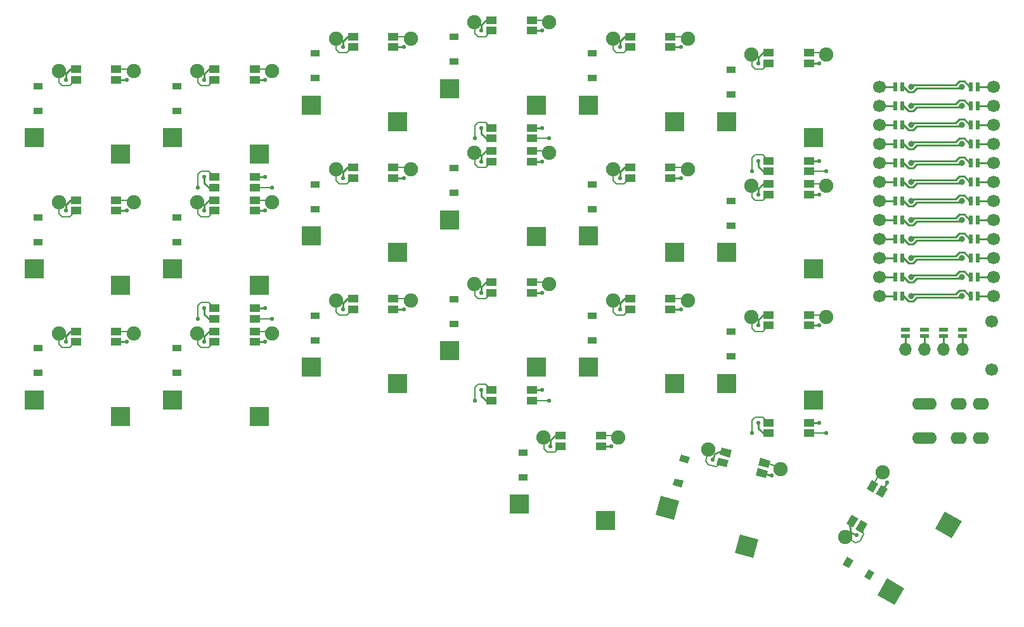
<source format=gbl>
G04 #@! TF.GenerationSoftware,KiCad,Pcbnew,8.0.8+1*
G04 #@! TF.CreationDate,2025-07-09T05:02:12+00:00*
G04 #@! TF.ProjectId,corney_island,636f726e-6579-45f6-9973-6c616e642e6b,0.2*
G04 #@! TF.SameCoordinates,Original*
G04 #@! TF.FileFunction,Copper,L2,Bot*
G04 #@! TF.FilePolarity,Positive*
%FSLAX46Y46*%
G04 Gerber Fmt 4.6, Leading zero omitted, Abs format (unit mm)*
G04 Created by KiCad (PCBNEW 8.0.8+1) date 2025-07-09 05:02:12*
%MOMM*%
%LPD*%
G01*
G04 APERTURE LIST*
G04 #@! TA.AperFunction,ComponentPad*
%ADD10C,1.900000*%
G04 #@! TD*
G04 #@! TA.AperFunction,SMDPad,CuDef*
%ADD11R,2.600000X2.600000*%
G04 #@! TD*
G04 #@! TA.AperFunction,SMDPad,CuDef*
%ADD12R,1.200000X0.900000*%
G04 #@! TD*
G04 #@! TA.AperFunction,ComponentPad*
%ADD13C,1.700000*%
G04 #@! TD*
G04 #@! TA.AperFunction,ComponentPad*
%ADD14C,0.800000*%
G04 #@! TD*
G04 #@! TA.AperFunction,SMDPad,CuDef*
%ADD15R,0.600000X1.200000*%
G04 #@! TD*
G04 #@! TA.AperFunction,SMDPad,CuDef*
%ADD16R,1.200000X0.600000*%
G04 #@! TD*
G04 #@! TA.AperFunction,ComponentPad*
%ADD17O,1.700000X1.700000*%
G04 #@! TD*
G04 #@! TA.AperFunction,ComponentPad*
%ADD18O,2.200000X1.600000*%
G04 #@! TD*
G04 #@! TA.AperFunction,ComponentPad*
%ADD19O,3.300000X1.600000*%
G04 #@! TD*
G04 #@! TA.AperFunction,SMDPad,CuDef*
%ADD20R,1.400000X1.000000*%
G04 #@! TD*
G04 #@! TA.AperFunction,ViaPad*
%ADD21C,0.560000*%
G04 #@! TD*
G04 #@! TA.AperFunction,Conductor*
%ADD22C,0.250000*%
G04 #@! TD*
G04 #@! TA.AperFunction,Conductor*
%ADD23C,0.150000*%
G04 #@! TD*
G04 APERTURE END LIST*
D10*
X105000000Y-94850000D03*
D11*
X103275000Y-105950000D03*
X91725000Y-103750000D03*
D10*
X105000000Y-77350000D03*
D11*
X103275000Y-88450000D03*
X91725000Y-86250000D03*
D10*
X105000000Y-59850000D03*
D11*
X103275000Y-70950000D03*
X91725000Y-68750000D03*
D10*
X123500000Y-94850000D03*
D11*
X121775000Y-105950000D03*
X110225000Y-103750000D03*
D10*
X123500000Y-77350000D03*
D11*
X121775000Y-88450000D03*
X110225000Y-86250000D03*
D10*
X123500000Y-59850000D03*
D11*
X121775000Y-70950000D03*
X110225000Y-68750000D03*
D10*
X142000000Y-90475000D03*
D11*
X140275000Y-101575000D03*
X128725000Y-99375000D03*
D10*
X142000000Y-72975000D03*
D11*
X140275000Y-84075000D03*
X128725000Y-81875000D03*
D10*
X142000000Y-55475000D03*
D11*
X140275000Y-66575000D03*
X128725000Y-64375000D03*
D10*
X160500000Y-88287500D03*
D11*
X158775000Y-99387500D03*
X147225000Y-97187500D03*
D10*
X160500000Y-70787500D03*
D11*
X158775000Y-81887500D03*
X147225000Y-79687500D03*
D10*
X160500000Y-53287500D03*
D11*
X158775000Y-64387500D03*
X147225000Y-62187500D03*
D10*
X179000000Y-90475000D03*
D11*
X177275000Y-101575000D03*
X165725000Y-99375000D03*
D10*
X179000000Y-72975000D03*
D11*
X177275000Y-84075000D03*
X165725000Y-81875000D03*
D10*
X179000000Y-55475000D03*
D11*
X177275000Y-66575000D03*
X165725000Y-64375000D03*
D10*
X197500000Y-92662500D03*
D11*
X195775000Y-103762500D03*
X184225000Y-101562500D03*
D10*
X197500000Y-75162500D03*
D11*
X195775000Y-86262500D03*
X184225000Y-84062500D03*
D10*
X197500000Y-57662500D03*
D11*
X195775000Y-68762500D03*
X184225000Y-66562500D03*
D10*
X169750000Y-108787500D03*
D11*
X168025000Y-119887500D03*
X156475000Y-117687500D03*
D10*
X191412547Y-113007077D03*
G04 #@! TA.AperFunction,SMDPad,CuDef*
G36*
X188465602Y-122363152D02*
G01*
X187792673Y-124874559D01*
X185281266Y-124201630D01*
X185954195Y-121690223D01*
X188465602Y-122363152D01*
G37*
G04 #@! TD.AperFunction*
G04 #@! TA.AperFunction,SMDPad,CuDef*
G36*
X177878560Y-117248755D02*
G01*
X177205631Y-119760162D01*
X174694224Y-119087233D01*
X175367153Y-116575826D01*
X177878560Y-117248755D01*
G37*
G04 #@! TD.AperFunction*
X205053812Y-113417121D03*
G04 #@! TA.AperFunction,SMDPad,CuDef*
G36*
X213328361Y-118685182D02*
G01*
X215580027Y-119985182D01*
X214280027Y-122236848D01*
X212028361Y-120936848D01*
X213328361Y-118685182D01*
G37*
G04 #@! TD.AperFunction*
G04 #@! TA.AperFunction,SMDPad,CuDef*
G36*
X205648105Y-127587775D02*
G01*
X207899771Y-128887775D01*
X206599771Y-131139441D01*
X204348105Y-129839441D01*
X205648105Y-127587775D01*
G37*
G04 #@! TD.AperFunction*
D12*
X92250000Y-96850000D03*
X92250000Y-100150000D03*
X92250000Y-79350000D03*
X92250000Y-82650000D03*
X92250000Y-61850000D03*
X92250000Y-65150000D03*
X110750000Y-96850000D03*
X110750000Y-100150000D03*
X110750000Y-79350000D03*
X110750000Y-82650000D03*
X110750000Y-61850000D03*
X110750000Y-65150000D03*
X129250000Y-92475000D03*
X129250000Y-95775000D03*
X129250000Y-74975000D03*
X129250000Y-78275000D03*
X129250000Y-57475000D03*
X129250000Y-60775000D03*
X147750000Y-90287500D03*
X147750000Y-93587500D03*
X147750000Y-72787500D03*
X147750000Y-76087500D03*
X147750000Y-55287500D03*
X147750000Y-58587500D03*
X166250000Y-92475000D03*
X166250000Y-95775000D03*
X166250000Y-74975000D03*
X166250000Y-78275000D03*
X166250000Y-57475000D03*
X166250000Y-60775000D03*
X184750000Y-94662500D03*
X184750000Y-97962500D03*
X184750000Y-77162500D03*
X184750000Y-80462500D03*
X184750000Y-59662500D03*
X184750000Y-62962500D03*
X157000000Y-110787500D03*
X157000000Y-114087500D03*
G04 #@! TA.AperFunction,SMDPad,CuDef*
G36*
X178116267Y-111049028D02*
G01*
X179275378Y-111359611D01*
X179042441Y-112228944D01*
X177883330Y-111918361D01*
X178116267Y-111049028D01*
G37*
G04 #@! TD.AperFunction*
G04 #@! TA.AperFunction,SMDPad,CuDef*
G36*
X177262165Y-114236584D02*
G01*
X178421276Y-114547167D01*
X178188339Y-115416500D01*
X177029228Y-115105917D01*
X177262165Y-114236584D01*
G37*
G04 #@! TD.AperFunction*
G04 #@! TA.AperFunction,SMDPad,CuDef*
G36*
X199721152Y-125753560D02*
G01*
X200321152Y-124714330D01*
X201100574Y-125164330D01*
X200500574Y-126203560D01*
X199721152Y-125753560D01*
G37*
G04 #@! TD.AperFunction*
G04 #@! TA.AperFunction,SMDPad,CuDef*
G36*
X202579036Y-127403560D02*
G01*
X203179036Y-126364330D01*
X203958458Y-126814330D01*
X203358458Y-127853560D01*
X202579036Y-127403560D01*
G37*
G04 #@! TD.AperFunction*
D10*
X95000000Y-94850000D03*
X95000000Y-77350000D03*
X95000000Y-59850000D03*
X113500000Y-94850000D03*
X113500000Y-77350000D03*
X113500000Y-59850000D03*
X132000000Y-90475000D03*
X132000000Y-72975000D03*
X132000000Y-55475000D03*
X150500000Y-88287500D03*
X150500000Y-70787500D03*
X150500000Y-53287500D03*
X169000000Y-90475000D03*
X169000000Y-72975000D03*
X169000000Y-55475000D03*
X187500000Y-92662500D03*
X187500000Y-75162500D03*
X187500000Y-57662500D03*
X159750000Y-108787500D03*
X181753289Y-110418887D03*
X200053812Y-122077375D03*
D13*
X204584000Y-61920000D03*
X219824000Y-61920000D03*
D14*
X208804000Y-61920000D03*
X215604000Y-61920000D03*
D15*
X206724000Y-61920000D03*
X207624000Y-61920000D03*
X216784000Y-61920000D03*
X217684000Y-61920000D03*
D13*
X204584000Y-64460000D03*
X219824000Y-64460000D03*
D14*
X208804000Y-64460000D03*
X215604000Y-64460000D03*
D15*
X206724000Y-64460000D03*
X207624000Y-64460000D03*
X216784000Y-64460000D03*
X217684000Y-64460000D03*
D13*
X204584000Y-67000000D03*
X219824000Y-67000000D03*
D14*
X208804000Y-67000000D03*
X215604000Y-67000000D03*
D15*
X206724000Y-67000000D03*
X207624000Y-67000000D03*
X216784000Y-67000000D03*
X217684000Y-67000000D03*
D13*
X204584000Y-69540000D03*
X219824000Y-69540000D03*
D14*
X208804000Y-69540000D03*
X215604000Y-69540000D03*
D15*
X206724000Y-69540000D03*
X207624000Y-69540000D03*
X216784000Y-69540000D03*
X217684000Y-69540000D03*
D13*
X204584000Y-72080000D03*
X219824000Y-72080000D03*
D14*
X208804000Y-72080000D03*
X215604000Y-72080000D03*
D15*
X206724000Y-72080000D03*
X207624000Y-72080000D03*
X216784000Y-72080000D03*
X217684000Y-72080000D03*
D13*
X204584000Y-74620000D03*
X219824000Y-74620000D03*
D14*
X208804000Y-74620000D03*
X215604000Y-74620000D03*
D15*
X206724000Y-74620000D03*
X207624000Y-74620000D03*
X216784000Y-74620000D03*
X217684000Y-74620000D03*
D13*
X204584000Y-77160000D03*
X219824000Y-77160000D03*
D14*
X208804000Y-77160000D03*
X215604000Y-77160000D03*
D15*
X206724000Y-77160000D03*
X207624000Y-77160000D03*
X216784000Y-77160000D03*
X217684000Y-77160000D03*
D13*
X204584000Y-79700000D03*
X219824000Y-79700000D03*
D14*
X208804000Y-79700000D03*
X215604000Y-79700000D03*
D15*
X206724000Y-79700000D03*
X207624000Y-79700000D03*
X216784000Y-79700000D03*
X217684000Y-79700000D03*
D13*
X204584000Y-82240000D03*
X219824000Y-82240000D03*
D14*
X208804000Y-82240000D03*
X215604000Y-82240000D03*
D15*
X206724000Y-82240000D03*
X207624000Y-82240000D03*
X216784000Y-82240000D03*
X217684000Y-82240000D03*
D13*
X204584000Y-84780000D03*
X219824000Y-84780000D03*
D14*
X208804000Y-84780000D03*
X215604000Y-84780000D03*
D15*
X206724000Y-84780000D03*
X207624000Y-84780000D03*
X216784000Y-84780000D03*
X217684000Y-84780000D03*
D13*
X204584000Y-87320000D03*
X219824000Y-87320000D03*
D14*
X208804000Y-87320000D03*
X215604000Y-87320000D03*
D15*
X206724000Y-87320000D03*
X207624000Y-87320000D03*
X216784000Y-87320000D03*
X217684000Y-87320000D03*
D13*
X204584000Y-89860000D03*
X219824000Y-89860000D03*
D14*
X208804000Y-89860000D03*
X215604000Y-89860000D03*
D15*
X206724000Y-89860000D03*
X207624000Y-89860000D03*
X216784000Y-89860000D03*
X217684000Y-89860000D03*
D16*
X215707000Y-94358000D03*
X213167000Y-94358000D03*
X210627000Y-94358000D03*
X208087000Y-94358000D03*
X215707000Y-95258000D03*
X213167000Y-95258000D03*
X210627000Y-95258000D03*
X208087000Y-95258000D03*
D17*
X208087000Y-97008000D03*
X210627000Y-97008000D03*
X213167000Y-97008000D03*
X215707000Y-97008000D03*
D13*
X219600000Y-99751000D03*
X219600000Y-93251000D03*
D18*
X218160000Y-104260000D03*
X215160000Y-104260000D03*
D19*
X210610000Y-104260000D03*
D18*
X218160000Y-108860000D03*
X215160000Y-108860000D03*
D19*
X210610000Y-108860000D03*
D20*
X102700000Y-94600000D03*
X102700000Y-96000000D03*
X97300000Y-94600000D03*
X97300000Y-96000000D03*
X102700000Y-77100000D03*
X102700000Y-78500000D03*
X97300000Y-77100000D03*
X97300000Y-78500000D03*
X102700000Y-59600000D03*
X102700000Y-61000000D03*
X97300000Y-59600000D03*
X97300000Y-61000000D03*
X121200000Y-94600000D03*
X121200000Y-96000000D03*
X115800000Y-94600000D03*
X115800000Y-96000000D03*
X121200000Y-77100000D03*
X121200000Y-78500000D03*
X115800000Y-77100000D03*
X115800000Y-78500000D03*
X121200000Y-59600000D03*
X121200000Y-61000000D03*
X115800000Y-59600000D03*
X115800000Y-61000000D03*
X139700000Y-90225000D03*
X139700000Y-91625000D03*
X134300000Y-90225000D03*
X134300000Y-91625000D03*
X139700000Y-72725000D03*
X139700000Y-74125000D03*
X134300000Y-72725000D03*
X134300000Y-74125000D03*
X139700000Y-55225000D03*
X139700000Y-56625000D03*
X134300000Y-55225000D03*
X134300000Y-56625000D03*
X158200000Y-88037500D03*
X158200000Y-89437500D03*
X152800000Y-88037500D03*
X152800000Y-89437500D03*
X158200000Y-70537500D03*
X158200000Y-71937500D03*
X152800000Y-70537500D03*
X152800000Y-71937500D03*
X158200000Y-53037500D03*
X158200000Y-54437500D03*
X152800000Y-53037500D03*
X152800000Y-54437500D03*
X176700000Y-90225000D03*
X176700000Y-91625000D03*
X171300000Y-90225000D03*
X171300000Y-91625000D03*
X176700000Y-72725000D03*
X176700000Y-74125000D03*
X171300000Y-72725000D03*
X171300000Y-74125000D03*
X176700000Y-55225000D03*
X176700000Y-56625000D03*
X171300000Y-55225000D03*
X171300000Y-56625000D03*
X195200000Y-92412500D03*
X195200000Y-93812500D03*
X189800000Y-92412500D03*
X189800000Y-93812500D03*
X195200000Y-74912500D03*
X195200000Y-76312500D03*
X189800000Y-74912500D03*
X189800000Y-76312500D03*
X195200000Y-57412500D03*
X195200000Y-58812500D03*
X189800000Y-57412500D03*
X189800000Y-58812500D03*
X167450000Y-108537500D03*
X167450000Y-109937500D03*
X162050000Y-108537500D03*
X162050000Y-109937500D03*
G04 #@! TA.AperFunction,SMDPad,CuDef*
G36*
X188450065Y-112472102D02*
G01*
X188708884Y-111506176D01*
X190061181Y-111868522D01*
X189802362Y-112834448D01*
X188450065Y-112472102D01*
G37*
G04 #@! TD.AperFunction*
G04 #@! TA.AperFunction,SMDPad,CuDef*
G36*
X188087718Y-113824399D02*
G01*
X188346537Y-112858473D01*
X189698834Y-113220819D01*
X189440015Y-114186745D01*
X188087718Y-113824399D01*
G37*
G04 #@! TD.AperFunction*
G04 #@! TA.AperFunction,SMDPad,CuDef*
G36*
X183234066Y-111074479D02*
G01*
X183492885Y-110108553D01*
X184845182Y-110470899D01*
X184586363Y-111436825D01*
X183234066Y-111074479D01*
G37*
G04 #@! TD.AperFunction*
G04 #@! TA.AperFunction,SMDPad,CuDef*
G36*
X182871719Y-112426776D02*
G01*
X183130538Y-111460850D01*
X184482835Y-111823196D01*
X184224016Y-112789122D01*
X182871719Y-112426776D01*
G37*
G04 #@! TD.AperFunction*
G04 #@! TA.AperFunction,SMDPad,CuDef*
G36*
X203770319Y-116140197D02*
G01*
X202904293Y-115640197D01*
X203604293Y-114427761D01*
X204470319Y-114927761D01*
X203770319Y-116140197D01*
G37*
G04 #@! TD.AperFunction*
G04 #@! TA.AperFunction,SMDPad,CuDef*
G36*
X204982755Y-116840197D02*
G01*
X204116729Y-116340197D01*
X204816729Y-115127761D01*
X205682755Y-115627761D01*
X204982755Y-116840197D01*
G37*
G04 #@! TD.AperFunction*
G04 #@! TA.AperFunction,SMDPad,CuDef*
G36*
X201070319Y-120816735D02*
G01*
X200204293Y-120316735D01*
X200904293Y-119104299D01*
X201770319Y-119604299D01*
X201070319Y-120816735D01*
G37*
G04 #@! TD.AperFunction*
G04 #@! TA.AperFunction,SMDPad,CuDef*
G36*
X202282755Y-121516735D02*
G01*
X201416729Y-121016735D01*
X202116729Y-119804299D01*
X202982755Y-120304299D01*
X202282755Y-121516735D01*
G37*
G04 #@! TD.AperFunction*
X189800000Y-71812500D03*
X189800000Y-73212500D03*
X195200000Y-71812500D03*
X195200000Y-73212500D03*
X152800000Y-67437500D03*
X152800000Y-68837500D03*
X158200000Y-67437500D03*
X158200000Y-68837500D03*
X115800000Y-74000000D03*
X115800000Y-75400000D03*
X121200000Y-74000000D03*
X121200000Y-75400000D03*
X115800000Y-91500000D03*
X115800000Y-92900000D03*
X121200000Y-91500000D03*
X121200000Y-92900000D03*
X152800000Y-102437500D03*
X152800000Y-103837500D03*
X158200000Y-102437500D03*
X158200000Y-103837500D03*
X189800000Y-106812500D03*
X189800000Y-108212500D03*
X195200000Y-106812500D03*
X195200000Y-108212500D03*
D21*
X104060000Y-96000000D03*
X104950000Y-94600000D03*
X95940000Y-96000000D03*
X95050000Y-94600000D03*
X104060000Y-78500000D03*
X104950000Y-77100000D03*
X95940000Y-78500000D03*
X95050000Y-77100000D03*
X104060000Y-61000000D03*
X104950000Y-59600000D03*
X95940000Y-61000000D03*
X95050000Y-59600000D03*
X122560000Y-96000000D03*
X123450000Y-94600000D03*
X114440000Y-96000000D03*
X113550000Y-94600000D03*
X122560000Y-78500000D03*
X123450000Y-77100000D03*
X114440000Y-78500000D03*
X113550000Y-77100000D03*
X122560000Y-61000000D03*
X123450000Y-59600000D03*
X114440000Y-61000000D03*
X113550000Y-59600000D03*
X141060000Y-91625000D03*
X141950000Y-90225000D03*
X132940000Y-91625000D03*
X132050000Y-90225000D03*
X141060000Y-74125000D03*
X141950000Y-72725000D03*
X132940000Y-74125000D03*
X132050000Y-72725000D03*
X141060000Y-56625000D03*
X141950000Y-55225000D03*
X132940000Y-56625000D03*
X132050000Y-55225000D03*
X159560000Y-89437500D03*
X160450000Y-88037500D03*
X151440000Y-89437500D03*
X150550000Y-88037500D03*
X159560000Y-71937500D03*
X160450000Y-70537500D03*
X151440000Y-71937500D03*
X150550000Y-70537500D03*
X159560000Y-54437500D03*
X160450000Y-53037500D03*
X151440000Y-54437500D03*
X150550000Y-53037500D03*
X178060000Y-91625000D03*
X178950000Y-90225000D03*
X169940000Y-91625000D03*
X169050000Y-90225000D03*
X178060000Y-74125000D03*
X178950000Y-72725000D03*
X169940000Y-74125000D03*
X169050000Y-72725000D03*
X178060000Y-56625000D03*
X178950000Y-55225000D03*
X169940000Y-56625000D03*
X169050000Y-55225000D03*
X196560000Y-93812500D03*
X197450000Y-92412500D03*
X188440000Y-93812500D03*
X187550000Y-92412500D03*
X196560000Y-76312500D03*
X197450000Y-74912500D03*
X188440000Y-76312500D03*
X187550000Y-74912500D03*
X196560000Y-58812500D03*
X197450000Y-57412500D03*
X188440000Y-58812500D03*
X187550000Y-57412500D03*
X168810000Y-109937500D03*
X169700000Y-108537500D03*
X160690000Y-109937500D03*
X159800000Y-108537500D03*
X190206935Y-113874602D03*
X191428956Y-112752655D03*
X182363617Y-111772991D03*
X181866290Y-110190346D03*
X205579741Y-114806185D03*
X204812306Y-113335422D03*
X201519741Y-121838311D03*
X199862306Y-121909074D03*
X188440000Y-71812500D03*
X187550000Y-73212500D03*
X196560000Y-71812500D03*
X197450000Y-73212500D03*
X151440000Y-67437500D03*
X150550000Y-68837500D03*
X159560000Y-67437500D03*
X160450000Y-68837500D03*
X114440000Y-74000000D03*
X113550000Y-75400000D03*
X122560000Y-74000000D03*
X123450000Y-75400000D03*
X114440000Y-91500000D03*
X113550000Y-92900000D03*
X122560000Y-91500000D03*
X123450000Y-92900000D03*
X151440000Y-102437500D03*
X150550000Y-103837500D03*
X159560000Y-102437500D03*
X160450000Y-103837500D03*
X188440000Y-106812500D03*
X187550000Y-108212500D03*
X196560000Y-106812500D03*
X197450000Y-108212500D03*
D22*
X204584000Y-61920000D02*
X206704000Y-61920000D01*
X219824000Y-61920000D02*
X217704000Y-61920000D01*
X209599305Y-62150000D02*
X215374000Y-62150000D01*
X207429000Y-61920000D02*
X207778695Y-61920000D01*
X208503695Y-62645000D02*
X209104305Y-62645000D01*
X207778695Y-61920000D02*
X208503695Y-62645000D01*
X209104305Y-62645000D02*
X209599305Y-62150000D01*
X216979000Y-61920000D02*
X216629305Y-61920000D01*
X214798695Y-61700000D02*
X209024000Y-61700000D01*
X216629305Y-61920000D02*
X215904305Y-61195000D01*
X215904305Y-61195000D02*
X215303695Y-61195000D01*
X215303695Y-61195000D02*
X214798695Y-61700000D01*
X204584000Y-64460000D02*
X206704000Y-64460000D01*
X219824000Y-64460000D02*
X217704000Y-64460000D01*
X209599305Y-64690000D02*
X215374000Y-64690000D01*
X207429000Y-64460000D02*
X207778695Y-64460000D01*
X208503695Y-65185000D02*
X209104305Y-65185000D01*
X207778695Y-64460000D02*
X208503695Y-65185000D01*
X209104305Y-65185000D02*
X209599305Y-64690000D01*
X216979000Y-64460000D02*
X216629305Y-64460000D01*
X214798695Y-64240000D02*
X209024000Y-64240000D01*
X216629305Y-64460000D02*
X215904305Y-63735000D01*
X215904305Y-63735000D02*
X215303695Y-63735000D01*
X215303695Y-63735000D02*
X214798695Y-64240000D01*
X204584000Y-67000000D02*
X206704000Y-67000000D01*
X219824000Y-67000000D02*
X217704000Y-67000000D01*
X209599305Y-67230000D02*
X215374000Y-67230000D01*
X207429000Y-67000000D02*
X207778695Y-67000000D01*
X208503695Y-67725000D02*
X209104305Y-67725000D01*
X207778695Y-67000000D02*
X208503695Y-67725000D01*
X209104305Y-67725000D02*
X209599305Y-67230000D01*
X216979000Y-67000000D02*
X216629305Y-67000000D01*
X214798695Y-66780000D02*
X209024000Y-66780000D01*
X216629305Y-67000000D02*
X215904305Y-66275000D01*
X215904305Y-66275000D02*
X215303695Y-66275000D01*
X215303695Y-66275000D02*
X214798695Y-66780000D01*
X204584000Y-69540000D02*
X206704000Y-69540000D01*
X219824000Y-69540000D02*
X217704000Y-69540000D01*
X209599305Y-69770000D02*
X215374000Y-69770000D01*
X207429000Y-69540000D02*
X207778695Y-69540000D01*
X208503695Y-70265000D02*
X209104305Y-70265000D01*
X207778695Y-69540000D02*
X208503695Y-70265000D01*
X209104305Y-70265000D02*
X209599305Y-69770000D01*
X216979000Y-69540000D02*
X216629305Y-69540000D01*
X214798695Y-69320000D02*
X209024000Y-69320000D01*
X216629305Y-69540000D02*
X215904305Y-68815000D01*
X215904305Y-68815000D02*
X215303695Y-68815000D01*
X215303695Y-68815000D02*
X214798695Y-69320000D01*
X204584000Y-72080000D02*
X206704000Y-72080000D01*
X219824000Y-72080000D02*
X217704000Y-72080000D01*
X209599305Y-72310000D02*
X215374000Y-72310000D01*
X207429000Y-72080000D02*
X207778695Y-72080000D01*
X208503695Y-72805000D02*
X209104305Y-72805000D01*
X207778695Y-72080000D02*
X208503695Y-72805000D01*
X209104305Y-72805000D02*
X209599305Y-72310000D01*
X216979000Y-72080000D02*
X216629305Y-72080000D01*
X214798695Y-71860000D02*
X209024000Y-71860000D01*
X216629305Y-72080000D02*
X215904305Y-71355000D01*
X215904305Y-71355000D02*
X215303695Y-71355000D01*
X215303695Y-71355000D02*
X214798695Y-71860000D01*
X204584000Y-74620000D02*
X206704000Y-74620000D01*
X219824000Y-74620000D02*
X217704000Y-74620000D01*
X209599305Y-74850000D02*
X215374000Y-74850000D01*
X207429000Y-74620000D02*
X207778695Y-74620000D01*
X208503695Y-75345000D02*
X209104305Y-75345000D01*
X207778695Y-74620000D02*
X208503695Y-75345000D01*
X209104305Y-75345000D02*
X209599305Y-74850000D01*
X216979000Y-74620000D02*
X216629305Y-74620000D01*
X214798695Y-74400000D02*
X209024000Y-74400000D01*
X216629305Y-74620000D02*
X215904305Y-73895000D01*
X215904305Y-73895000D02*
X215303695Y-73895000D01*
X215303695Y-73895000D02*
X214798695Y-74400000D01*
X204584000Y-77160000D02*
X206704000Y-77160000D01*
X219824000Y-77160000D02*
X217704000Y-77160000D01*
X209599305Y-77390000D02*
X215374000Y-77390000D01*
X207429000Y-77160000D02*
X207778695Y-77160000D01*
X208503695Y-77885000D02*
X209104305Y-77885000D01*
X207778695Y-77160000D02*
X208503695Y-77885000D01*
X209104305Y-77885000D02*
X209599305Y-77390000D01*
X216979000Y-77160000D02*
X216629305Y-77160000D01*
X214798695Y-76940000D02*
X209024000Y-76940000D01*
X216629305Y-77160000D02*
X215904305Y-76435000D01*
X215904305Y-76435000D02*
X215303695Y-76435000D01*
X215303695Y-76435000D02*
X214798695Y-76940000D01*
X204584000Y-79700000D02*
X206704000Y-79700000D01*
X219824000Y-79700000D02*
X217704000Y-79700000D01*
X209599305Y-79930000D02*
X215374000Y-79930000D01*
X207429000Y-79700000D02*
X207778695Y-79700000D01*
X208503695Y-80425000D02*
X209104305Y-80425000D01*
X207778695Y-79700000D02*
X208503695Y-80425000D01*
X209104305Y-80425000D02*
X209599305Y-79930000D01*
X216979000Y-79700000D02*
X216629305Y-79700000D01*
X214798695Y-79480000D02*
X209024000Y-79480000D01*
X216629305Y-79700000D02*
X215904305Y-78975000D01*
X215904305Y-78975000D02*
X215303695Y-78975000D01*
X215303695Y-78975000D02*
X214798695Y-79480000D01*
X204584000Y-82240000D02*
X206704000Y-82240000D01*
X219824000Y-82240000D02*
X217704000Y-82240000D01*
X209599305Y-82470000D02*
X215374000Y-82470000D01*
X207429000Y-82240000D02*
X207778695Y-82240000D01*
X208503695Y-82965000D02*
X209104305Y-82965000D01*
X207778695Y-82240000D02*
X208503695Y-82965000D01*
X209104305Y-82965000D02*
X209599305Y-82470000D01*
X216979000Y-82240000D02*
X216629305Y-82240000D01*
X214798695Y-82020000D02*
X209024000Y-82020000D01*
X216629305Y-82240000D02*
X215904305Y-81515000D01*
X215904305Y-81515000D02*
X215303695Y-81515000D01*
X215303695Y-81515000D02*
X214798695Y-82020000D01*
X204584000Y-84780000D02*
X206704000Y-84780000D01*
X219824000Y-84780000D02*
X217704000Y-84780000D01*
X209599305Y-85010000D02*
X215374000Y-85010000D01*
X207429000Y-84780000D02*
X207778695Y-84780000D01*
X208503695Y-85505000D02*
X209104305Y-85505000D01*
X207778695Y-84780000D02*
X208503695Y-85505000D01*
X209104305Y-85505000D02*
X209599305Y-85010000D01*
X216979000Y-84780000D02*
X216629305Y-84780000D01*
X214798695Y-84560000D02*
X209024000Y-84560000D01*
X216629305Y-84780000D02*
X215904305Y-84055000D01*
X215904305Y-84055000D02*
X215303695Y-84055000D01*
X215303695Y-84055000D02*
X214798695Y-84560000D01*
X204584000Y-87320000D02*
X206704000Y-87320000D01*
X219824000Y-87320000D02*
X217704000Y-87320000D01*
X209599305Y-87550000D02*
X215374000Y-87550000D01*
X207429000Y-87320000D02*
X207778695Y-87320000D01*
X208503695Y-88045000D02*
X209104305Y-88045000D01*
X207778695Y-87320000D02*
X208503695Y-88045000D01*
X209104305Y-88045000D02*
X209599305Y-87550000D01*
X216979000Y-87320000D02*
X216629305Y-87320000D01*
X214798695Y-87100000D02*
X209024000Y-87100000D01*
X216629305Y-87320000D02*
X215904305Y-86595000D01*
X215904305Y-86595000D02*
X215303695Y-86595000D01*
X215303695Y-86595000D02*
X214798695Y-87100000D01*
X204584000Y-89860000D02*
X206704000Y-89860000D01*
X219824000Y-89860000D02*
X217704000Y-89860000D01*
X209599305Y-90090000D02*
X215374000Y-90090000D01*
X207429000Y-89860000D02*
X207778695Y-89860000D01*
X208503695Y-90585000D02*
X209104305Y-90585000D01*
X207778695Y-89860000D02*
X208503695Y-90585000D01*
X209104305Y-90585000D02*
X209599305Y-90090000D01*
X216979000Y-89860000D02*
X216629305Y-89860000D01*
X214798695Y-89640000D02*
X209024000Y-89640000D01*
X216629305Y-89860000D02*
X215904305Y-89135000D01*
X215904305Y-89135000D02*
X215303695Y-89135000D01*
X215303695Y-89135000D02*
X214798695Y-89640000D01*
X208087000Y-97008000D02*
X208087000Y-95258000D01*
X210627000Y-97008000D02*
X210627000Y-95258000D01*
X213167000Y-97008000D02*
X213167000Y-95258000D01*
X215707000Y-97008000D02*
X215707000Y-95258000D01*
X102700000Y-96000000D02*
X104060000Y-96000000D01*
D23*
X104950000Y-94600000D02*
X102700000Y-94600000D01*
D22*
X96600000Y-94600000D02*
X95940000Y-95194084D01*
X95940000Y-95194084D02*
X95940000Y-96000000D01*
X97300000Y-94600000D02*
X96600000Y-94600000D01*
D23*
X97300000Y-96000000D02*
X96519000Y-96785000D01*
X96519000Y-96785000D02*
X95471000Y-96785000D01*
X95050000Y-96360000D02*
X95050000Y-94600000D01*
X95471000Y-96785000D02*
X95050000Y-96360000D01*
D22*
X102700000Y-78500000D02*
X104060000Y-78500000D01*
D23*
X104950000Y-77100000D02*
X102700000Y-77100000D01*
D22*
X96600000Y-77100000D02*
X95940000Y-77694084D01*
X95940000Y-77694084D02*
X95940000Y-78500000D01*
X97300000Y-77100000D02*
X96600000Y-77100000D01*
D23*
X97300000Y-78500000D02*
X96519000Y-79285000D01*
X96519000Y-79285000D02*
X95471000Y-79285000D01*
X95050000Y-78860000D02*
X95050000Y-77100000D01*
X95471000Y-79285000D02*
X95050000Y-78860000D01*
D22*
X102700000Y-61000000D02*
X104060000Y-61000000D01*
D23*
X104950000Y-59600000D02*
X102700000Y-59600000D01*
D22*
X96600000Y-59600000D02*
X95940000Y-60194084D01*
X95940000Y-60194084D02*
X95940000Y-61000000D01*
X97300000Y-59600000D02*
X96600000Y-59600000D01*
D23*
X97300000Y-61000000D02*
X96519000Y-61785000D01*
X96519000Y-61785000D02*
X95471000Y-61785000D01*
X95050000Y-61360000D02*
X95050000Y-59600000D01*
X95471000Y-61785000D02*
X95050000Y-61360000D01*
D22*
X121200000Y-96000000D02*
X122560000Y-96000000D01*
D23*
X123450000Y-94600000D02*
X121200000Y-94600000D01*
D22*
X115100000Y-94600000D02*
X114440000Y-95194084D01*
X114440000Y-95194084D02*
X114440000Y-96000000D01*
X115800000Y-94600000D02*
X115100000Y-94600000D01*
D23*
X115800000Y-96000000D02*
X115019000Y-96785000D01*
X115019000Y-96785000D02*
X113971000Y-96785000D01*
X113550000Y-96360000D02*
X113550000Y-94600000D01*
X113971000Y-96785000D02*
X113550000Y-96360000D01*
D22*
X121200000Y-78500000D02*
X122560000Y-78500000D01*
D23*
X123450000Y-77100000D02*
X121200000Y-77100000D01*
D22*
X115100000Y-77100000D02*
X114440000Y-77694084D01*
X114440000Y-77694084D02*
X114440000Y-78500000D01*
X115800000Y-77100000D02*
X115100000Y-77100000D01*
D23*
X115800000Y-78500000D02*
X115019000Y-79285000D01*
X115019000Y-79285000D02*
X113971000Y-79285000D01*
X113550000Y-78860000D02*
X113550000Y-77100000D01*
X113971000Y-79285000D02*
X113550000Y-78860000D01*
D22*
X121200000Y-61000000D02*
X122560000Y-61000000D01*
D23*
X123450000Y-59600000D02*
X121200000Y-59600000D01*
D22*
X115100000Y-59600000D02*
X114440000Y-60194084D01*
X114440000Y-60194084D02*
X114440000Y-61000000D01*
X115800000Y-59600000D02*
X115100000Y-59600000D01*
D23*
X115800000Y-61000000D02*
X115019000Y-61785000D01*
X115019000Y-61785000D02*
X113971000Y-61785000D01*
X113550000Y-61360000D02*
X113550000Y-59600000D01*
X113971000Y-61785000D02*
X113550000Y-61360000D01*
D22*
X139700000Y-91625000D02*
X141060000Y-91625000D01*
D23*
X141950000Y-90225000D02*
X139700000Y-90225000D01*
D22*
X133600000Y-90225000D02*
X132940000Y-90819084D01*
X132940000Y-90819084D02*
X132940000Y-91625000D01*
X134300000Y-90225000D02*
X133600000Y-90225000D01*
D23*
X134300000Y-91625000D02*
X133519000Y-92410000D01*
X133519000Y-92410000D02*
X132471000Y-92410000D01*
X132050000Y-91985000D02*
X132050000Y-90225000D01*
X132471000Y-92410000D02*
X132050000Y-91985000D01*
D22*
X139700000Y-74125000D02*
X141060000Y-74125000D01*
D23*
X141950000Y-72725000D02*
X139700000Y-72725000D01*
D22*
X133600000Y-72725000D02*
X132940000Y-73319084D01*
X132940000Y-73319084D02*
X132940000Y-74125000D01*
X134300000Y-72725000D02*
X133600000Y-72725000D01*
D23*
X134300000Y-74125000D02*
X133519000Y-74910000D01*
X133519000Y-74910000D02*
X132471000Y-74910000D01*
X132050000Y-74485000D02*
X132050000Y-72725000D01*
X132471000Y-74910000D02*
X132050000Y-74485000D01*
D22*
X139700000Y-56625000D02*
X141060000Y-56625000D01*
D23*
X141950000Y-55225000D02*
X139700000Y-55225000D01*
D22*
X133600000Y-55225000D02*
X132940000Y-55819084D01*
X132940000Y-55819084D02*
X132940000Y-56625000D01*
X134300000Y-55225000D02*
X133600000Y-55225000D01*
D23*
X134300000Y-56625000D02*
X133519000Y-57410000D01*
X133519000Y-57410000D02*
X132471000Y-57410000D01*
X132050000Y-56985000D02*
X132050000Y-55225000D01*
X132471000Y-57410000D02*
X132050000Y-56985000D01*
D22*
X158200000Y-89437500D02*
X159560000Y-89437500D01*
D23*
X160450000Y-88037500D02*
X158200000Y-88037500D01*
D22*
X152100000Y-88037500D02*
X151440000Y-88631584D01*
X151440000Y-88631584D02*
X151440000Y-89437500D01*
X152800000Y-88037500D02*
X152100000Y-88037500D01*
D23*
X152800000Y-89437500D02*
X152019000Y-90222500D01*
X152019000Y-90222500D02*
X150971000Y-90222500D01*
X150550000Y-89797500D02*
X150550000Y-88037500D01*
X150971000Y-90222500D02*
X150550000Y-89797500D01*
D22*
X158200000Y-71937500D02*
X159560000Y-71937500D01*
D23*
X160450000Y-70537500D02*
X158200000Y-70537500D01*
D22*
X152100000Y-70537500D02*
X151440000Y-71131584D01*
X151440000Y-71131584D02*
X151440000Y-71937500D01*
X152800000Y-70537500D02*
X152100000Y-70537500D01*
D23*
X152800000Y-71937500D02*
X152019000Y-72722500D01*
X152019000Y-72722500D02*
X150971000Y-72722500D01*
X150550000Y-72297500D02*
X150550000Y-70537500D01*
X150971000Y-72722500D02*
X150550000Y-72297500D01*
D22*
X158200000Y-54437500D02*
X159560000Y-54437500D01*
D23*
X160450000Y-53037500D02*
X158200000Y-53037500D01*
D22*
X152100000Y-53037500D02*
X151440000Y-53631584D01*
X151440000Y-53631584D02*
X151440000Y-54437500D01*
X152800000Y-53037500D02*
X152100000Y-53037500D01*
D23*
X152800000Y-54437500D02*
X152019000Y-55222500D01*
X152019000Y-55222500D02*
X150971000Y-55222500D01*
X150550000Y-54797500D02*
X150550000Y-53037500D01*
X150971000Y-55222500D02*
X150550000Y-54797500D01*
D22*
X176700000Y-91625000D02*
X178060000Y-91625000D01*
D23*
X178950000Y-90225000D02*
X176700000Y-90225000D01*
D22*
X170600000Y-90225000D02*
X169940000Y-90819084D01*
X169940000Y-90819084D02*
X169940000Y-91625000D01*
X171300000Y-90225000D02*
X170600000Y-90225000D01*
D23*
X171300000Y-91625000D02*
X170519000Y-92410000D01*
X170519000Y-92410000D02*
X169471000Y-92410000D01*
X169050000Y-91985000D02*
X169050000Y-90225000D01*
X169471000Y-92410000D02*
X169050000Y-91985000D01*
D22*
X176700000Y-74125000D02*
X178060000Y-74125000D01*
D23*
X178950000Y-72725000D02*
X176700000Y-72725000D01*
D22*
X170600000Y-72725000D02*
X169940000Y-73319084D01*
X169940000Y-73319084D02*
X169940000Y-74125000D01*
X171300000Y-72725000D02*
X170600000Y-72725000D01*
D23*
X171300000Y-74125000D02*
X170519000Y-74910000D01*
X170519000Y-74910000D02*
X169471000Y-74910000D01*
X169050000Y-74485000D02*
X169050000Y-72725000D01*
X169471000Y-74910000D02*
X169050000Y-74485000D01*
D22*
X176700000Y-56625000D02*
X178060000Y-56625000D01*
D23*
X178950000Y-55225000D02*
X176700000Y-55225000D01*
D22*
X170600000Y-55225000D02*
X169940000Y-55819084D01*
X169940000Y-55819084D02*
X169940000Y-56625000D01*
X171300000Y-55225000D02*
X170600000Y-55225000D01*
D23*
X171300000Y-56625000D02*
X170519000Y-57410000D01*
X170519000Y-57410000D02*
X169471000Y-57410000D01*
X169050000Y-56985000D02*
X169050000Y-55225000D01*
X169471000Y-57410000D02*
X169050000Y-56985000D01*
D22*
X195200000Y-93812500D02*
X196560000Y-93812500D01*
D23*
X197450000Y-92412500D02*
X195200000Y-92412500D01*
D22*
X189100000Y-92412500D02*
X188440000Y-93006584D01*
X188440000Y-93006584D02*
X188440000Y-93812500D01*
X189800000Y-92412500D02*
X189100000Y-92412500D01*
D23*
X189800000Y-93812500D02*
X189019000Y-94597500D01*
X189019000Y-94597500D02*
X187971000Y-94597500D01*
X187550000Y-94172500D02*
X187550000Y-92412500D01*
X187971000Y-94597500D02*
X187550000Y-94172500D01*
D22*
X195200000Y-76312500D02*
X196560000Y-76312500D01*
D23*
X197450000Y-74912500D02*
X195200000Y-74912500D01*
D22*
X189100000Y-74912500D02*
X188440000Y-75506584D01*
X188440000Y-75506584D02*
X188440000Y-76312500D01*
X189800000Y-74912500D02*
X189100000Y-74912500D01*
D23*
X189800000Y-76312500D02*
X189019000Y-77097500D01*
X189019000Y-77097500D02*
X187971000Y-77097500D01*
X187550000Y-76672500D02*
X187550000Y-74912500D01*
X187971000Y-77097500D02*
X187550000Y-76672500D01*
D22*
X195200000Y-58812500D02*
X196560000Y-58812500D01*
D23*
X197450000Y-57412500D02*
X195200000Y-57412500D01*
D22*
X189100000Y-57412500D02*
X188440000Y-58006584D01*
X188440000Y-58006584D02*
X188440000Y-58812500D01*
X189800000Y-57412500D02*
X189100000Y-57412500D01*
D23*
X189800000Y-58812500D02*
X189019000Y-59597500D01*
X189019000Y-59597500D02*
X187971000Y-59597500D01*
X187550000Y-59172500D02*
X187550000Y-57412500D01*
X187971000Y-59597500D02*
X187550000Y-59172500D01*
D22*
X167450000Y-109937500D02*
X168810000Y-109937500D01*
D23*
X169700000Y-108537500D02*
X167450000Y-108537500D01*
D22*
X161350000Y-108537500D02*
X160690000Y-109131584D01*
X160690000Y-109131584D02*
X160690000Y-109937500D01*
X162050000Y-108537500D02*
X161350000Y-108537500D01*
D23*
X162050000Y-109937500D02*
X161269000Y-110722500D01*
X161269000Y-110722500D02*
X160221000Y-110722500D01*
X159800000Y-110297500D02*
X159800000Y-108537500D01*
X160221000Y-110722500D02*
X159800000Y-110297500D01*
D22*
X188893276Y-113522608D02*
X190206935Y-113874602D01*
D23*
X191428956Y-112752655D02*
X189255623Y-112170312D01*
D22*
X183363475Y-110591516D02*
X182572204Y-110994536D01*
X182572204Y-110994536D02*
X182363617Y-111772991D01*
X184039623Y-110772689D02*
X183363475Y-110591516D01*
D23*
X183677276Y-112124985D02*
X182719715Y-112681099D01*
X182719715Y-112681099D02*
X181707425Y-112409857D01*
X181410769Y-111890376D02*
X181866290Y-110190346D01*
X181707425Y-112409857D02*
X181410769Y-111890376D01*
D22*
X204899741Y-115983980D02*
X205579741Y-114806185D01*
D23*
X204812306Y-113335422D02*
X203687306Y-115283980D01*
D22*
X200637306Y-120566735D02*
X200821798Y-121435353D01*
X200821798Y-121435353D02*
X201519741Y-121838311D01*
X200987306Y-119960517D02*
X200637306Y-120566735D01*
D23*
X202199741Y-120660517D02*
X202489071Y-121729383D01*
X202489071Y-121729383D02*
X201965071Y-122636977D01*
X201386510Y-122789074D02*
X199862306Y-121909074D01*
X201965071Y-122636977D02*
X201386510Y-122789074D01*
D22*
X189100000Y-73212500D02*
X188440000Y-72618416D01*
X188440000Y-72618416D02*
X188440000Y-71812500D01*
X189800000Y-73212500D02*
X189100000Y-73212500D01*
D23*
X189800000Y-71812500D02*
X189019000Y-71027500D01*
X189019000Y-71027500D02*
X187971000Y-71027500D01*
X187550000Y-71452500D02*
X187550000Y-73212500D01*
X187971000Y-71027500D02*
X187550000Y-71452500D01*
D22*
X195200000Y-71812500D02*
X196560000Y-71812500D01*
D23*
X197450000Y-73212500D02*
X195200000Y-73212500D01*
D22*
X152100000Y-68837500D02*
X151440000Y-68243416D01*
X151440000Y-68243416D02*
X151440000Y-67437500D01*
X152800000Y-68837500D02*
X152100000Y-68837500D01*
D23*
X152800000Y-67437500D02*
X152019000Y-66652500D01*
X152019000Y-66652500D02*
X150971000Y-66652500D01*
X150550000Y-67077500D02*
X150550000Y-68837500D01*
X150971000Y-66652500D02*
X150550000Y-67077500D01*
D22*
X158200000Y-67437500D02*
X159560000Y-67437500D01*
D23*
X160450000Y-68837500D02*
X158200000Y-68837500D01*
D22*
X115100000Y-75400000D02*
X114440000Y-74805916D01*
X114440000Y-74805916D02*
X114440000Y-74000000D01*
X115800000Y-75400000D02*
X115100000Y-75400000D01*
D23*
X115800000Y-74000000D02*
X115019000Y-73215000D01*
X115019000Y-73215000D02*
X113971000Y-73215000D01*
X113550000Y-73640000D02*
X113550000Y-75400000D01*
X113971000Y-73215000D02*
X113550000Y-73640000D01*
D22*
X121200000Y-74000000D02*
X122560000Y-74000000D01*
D23*
X123450000Y-75400000D02*
X121200000Y-75400000D01*
D22*
X115100000Y-92900000D02*
X114440000Y-92305916D01*
X114440000Y-92305916D02*
X114440000Y-91500000D01*
X115800000Y-92900000D02*
X115100000Y-92900000D01*
D23*
X115800000Y-91500000D02*
X115019000Y-90715000D01*
X115019000Y-90715000D02*
X113971000Y-90715000D01*
X113550000Y-91140000D02*
X113550000Y-92900000D01*
X113971000Y-90715000D02*
X113550000Y-91140000D01*
D22*
X121200000Y-91500000D02*
X122560000Y-91500000D01*
D23*
X123450000Y-92900000D02*
X121200000Y-92900000D01*
D22*
X152100000Y-103837500D02*
X151440000Y-103243416D01*
X151440000Y-103243416D02*
X151440000Y-102437500D01*
X152800000Y-103837500D02*
X152100000Y-103837500D01*
D23*
X152800000Y-102437500D02*
X152019000Y-101652500D01*
X152019000Y-101652500D02*
X150971000Y-101652500D01*
X150550000Y-102077500D02*
X150550000Y-103837500D01*
X150971000Y-101652500D02*
X150550000Y-102077500D01*
D22*
X158200000Y-102437500D02*
X159560000Y-102437500D01*
D23*
X160450000Y-103837500D02*
X158200000Y-103837500D01*
D22*
X189100000Y-108212500D02*
X188440000Y-107618416D01*
X188440000Y-107618416D02*
X188440000Y-106812500D01*
X189800000Y-108212500D02*
X189100000Y-108212500D01*
D23*
X189800000Y-106812500D02*
X189019000Y-106027500D01*
X189019000Y-106027500D02*
X187971000Y-106027500D01*
X187550000Y-106452500D02*
X187550000Y-108212500D01*
X187971000Y-106027500D02*
X187550000Y-106452500D01*
D22*
X195200000Y-106812500D02*
X196560000Y-106812500D01*
D23*
X197450000Y-108212500D02*
X195200000Y-108212500D01*
M02*

</source>
